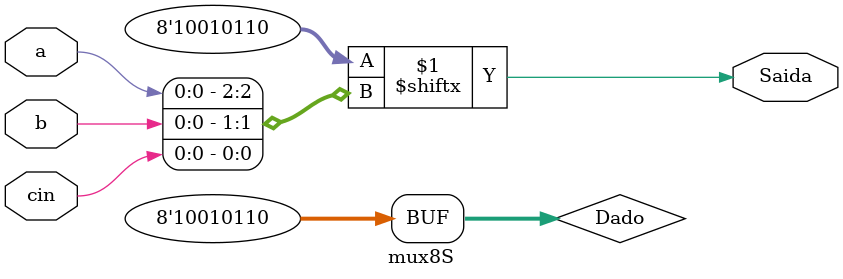
<source format=sv>
module mux8S(
input a,
input b,
input cin,
output Saida
);
logic [7:0] Dado;
assign Dado[0] = 0;
assign Dado[1] = 1;
assign Dado[2] = 1;
assign Dado[3] = 0;
assign Dado[4] = 1;
assign Dado[5] = 0;
assign Dado[6] = 0;
assign Dado[7] = 1;
assign Saida = Dado[{a, b, cin}];
endmodule
</source>
